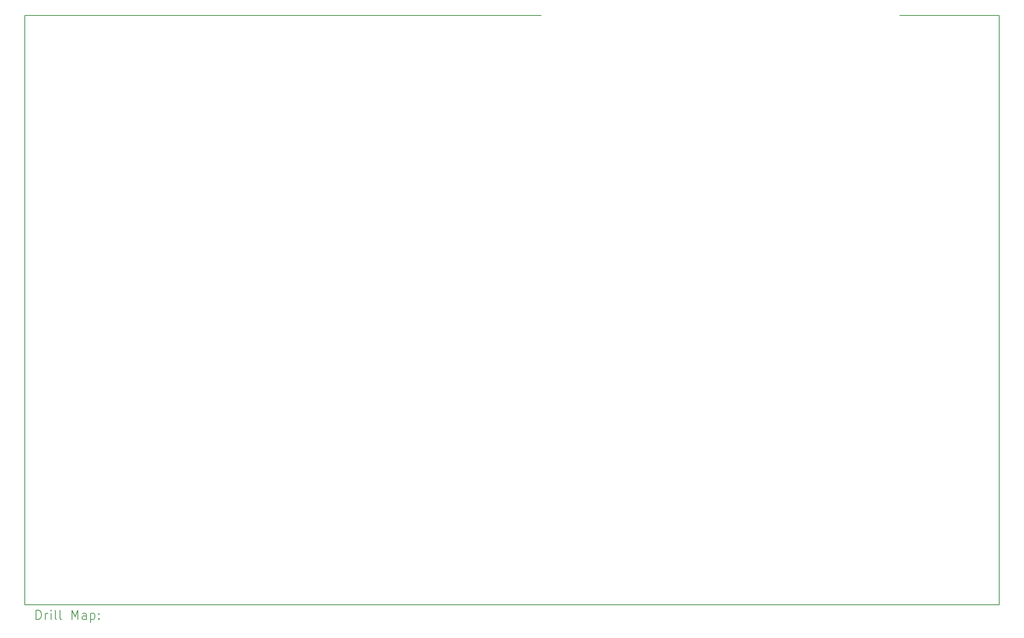
<source format=gbr>
%TF.GenerationSoftware,KiCad,Pcbnew,6.0.11-2627ca5db0~126~ubuntu22.04.1*%
%TF.CreationDate,2023-12-06T09:32:01+02:00*%
%TF.ProjectId,ZX-Spectrum-Pentagon,5a582d53-7065-4637-9472-756d2d50656e,pcb_v0.4*%
%TF.SameCoordinates,Original*%
%TF.FileFunction,Drillmap*%
%TF.FilePolarity,Positive*%
%FSLAX45Y45*%
G04 Gerber Fmt 4.5, Leading zero omitted, Abs format (unit mm)*
G04 Created by KiCad (PCBNEW 6.0.11-2627ca5db0~126~ubuntu22.04.1) date 2023-12-06 09:32:01*
%MOMM*%
%LPD*%
G01*
G04 APERTURE LIST*
%ADD10C,0.200000*%
G04 APERTURE END LIST*
D10*
X2032000Y-14932000D02*
X2032000Y-2032000D01*
X23342000Y-14932000D02*
X2032000Y-14932000D01*
X21163000Y-2032000D02*
X23342000Y-2032000D01*
X2032000Y-2032000D02*
X13325000Y-2032000D01*
X23342000Y-2032000D02*
X23342000Y-14932000D01*
X2279619Y-15252476D02*
X2279619Y-15052476D01*
X2327238Y-15052476D01*
X2355810Y-15062000D01*
X2374857Y-15081048D01*
X2384381Y-15100095D01*
X2393905Y-15138190D01*
X2393905Y-15166762D01*
X2384381Y-15204857D01*
X2374857Y-15223905D01*
X2355810Y-15242952D01*
X2327238Y-15252476D01*
X2279619Y-15252476D01*
X2479619Y-15252476D02*
X2479619Y-15119143D01*
X2479619Y-15157238D02*
X2489143Y-15138190D01*
X2498667Y-15128667D01*
X2517714Y-15119143D01*
X2536762Y-15119143D01*
X2603429Y-15252476D02*
X2603429Y-15119143D01*
X2603429Y-15052476D02*
X2593905Y-15062000D01*
X2603429Y-15071524D01*
X2612952Y-15062000D01*
X2603429Y-15052476D01*
X2603429Y-15071524D01*
X2727238Y-15252476D02*
X2708190Y-15242952D01*
X2698667Y-15223905D01*
X2698667Y-15052476D01*
X2832000Y-15252476D02*
X2812952Y-15242952D01*
X2803428Y-15223905D01*
X2803428Y-15052476D01*
X3060571Y-15252476D02*
X3060571Y-15052476D01*
X3127238Y-15195333D01*
X3193905Y-15052476D01*
X3193905Y-15252476D01*
X3374857Y-15252476D02*
X3374857Y-15147714D01*
X3365333Y-15128667D01*
X3346286Y-15119143D01*
X3308190Y-15119143D01*
X3289143Y-15128667D01*
X3374857Y-15242952D02*
X3355809Y-15252476D01*
X3308190Y-15252476D01*
X3289143Y-15242952D01*
X3279619Y-15223905D01*
X3279619Y-15204857D01*
X3289143Y-15185809D01*
X3308190Y-15176286D01*
X3355809Y-15176286D01*
X3374857Y-15166762D01*
X3470095Y-15119143D02*
X3470095Y-15319143D01*
X3470095Y-15128667D02*
X3489143Y-15119143D01*
X3527238Y-15119143D01*
X3546286Y-15128667D01*
X3555809Y-15138190D01*
X3565333Y-15157238D01*
X3565333Y-15214381D01*
X3555809Y-15233428D01*
X3546286Y-15242952D01*
X3527238Y-15252476D01*
X3489143Y-15252476D01*
X3470095Y-15242952D01*
X3651048Y-15233428D02*
X3660571Y-15242952D01*
X3651048Y-15252476D01*
X3641524Y-15242952D01*
X3651048Y-15233428D01*
X3651048Y-15252476D01*
X3651048Y-15128667D02*
X3660571Y-15138190D01*
X3651048Y-15147714D01*
X3641524Y-15138190D01*
X3651048Y-15128667D01*
X3651048Y-15147714D01*
M02*

</source>
